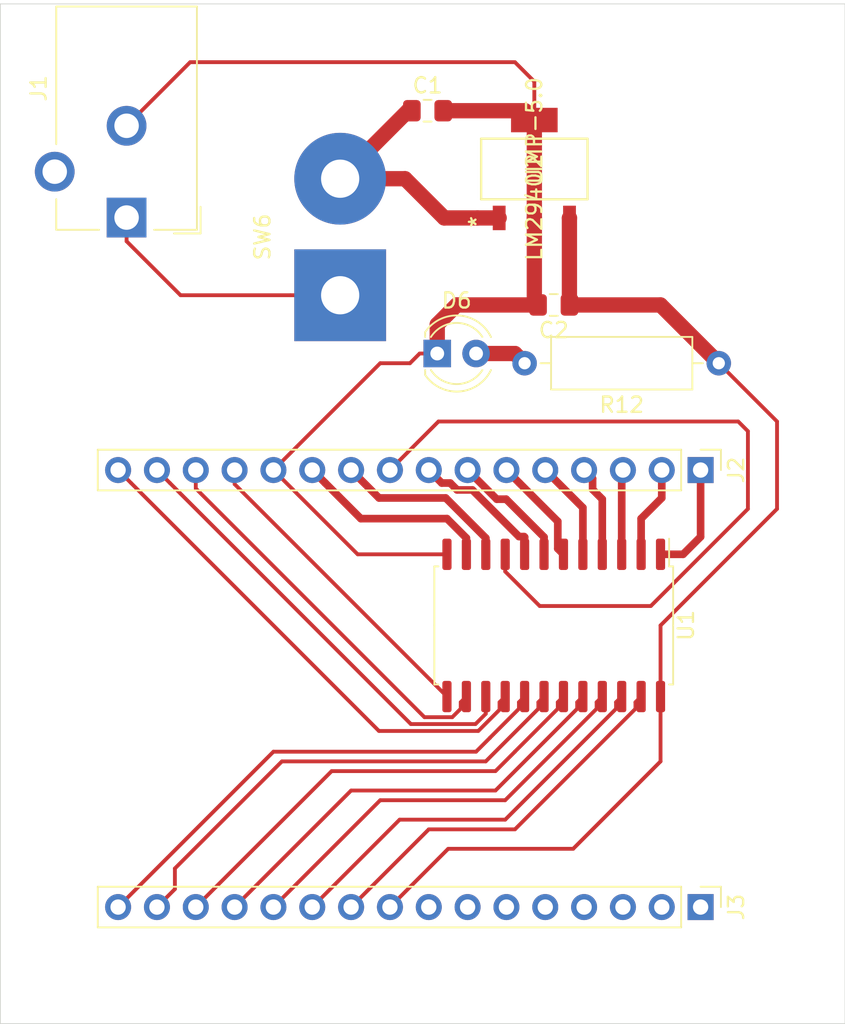
<source format=kicad_pcb>
(kicad_pcb (version 20171130) (host pcbnew "(5.1.2-1)-1")

  (general
    (thickness 1.6)
    (drawings 4)
    (tracks 150)
    (zones 0)
    (modules 10)
    (nets 36)
  )

  (page A4)
  (layers
    (0 F.Cu signal)
    (31 B.Cu signal)
    (32 B.Adhes user)
    (33 F.Adhes user)
    (34 B.Paste user)
    (35 F.Paste user)
    (36 B.SilkS user)
    (37 F.SilkS user)
    (38 B.Mask user)
    (39 F.Mask user)
    (40 Dwgs.User user)
    (41 Cmts.User user)
    (42 Eco1.User user)
    (43 Eco2.User user)
    (44 Edge.Cuts user)
    (45 Margin user)
    (46 B.CrtYd user)
    (47 F.CrtYd user)
    (48 B.Fab user)
    (49 F.Fab user)
  )

  (setup
    (last_trace_width 0.25)
    (user_trace_width 0.5)
    (user_trace_width 1)
    (trace_clearance 0.2)
    (zone_clearance 1)
    (zone_45_only no)
    (trace_min 0.2)
    (via_size 0.8)
    (via_drill 0.4)
    (via_min_size 0.4)
    (via_min_drill 0.3)
    (uvia_size 0.3)
    (uvia_drill 0.1)
    (uvias_allowed no)
    (uvia_min_size 0.2)
    (uvia_min_drill 0.1)
    (edge_width 0.05)
    (segment_width 0.2)
    (pcb_text_width 0.3)
    (pcb_text_size 1.5 1.5)
    (mod_edge_width 0.12)
    (mod_text_size 1 1)
    (mod_text_width 0.15)
    (pad_size 1.524 1.524)
    (pad_drill 0.762)
    (pad_to_mask_clearance 0.051)
    (solder_mask_min_width 0.25)
    (aux_axis_origin 0 0)
    (visible_elements FFFFFF7F)
    (pcbplotparams
      (layerselection 0x010fc_ffffffff)
      (usegerberextensions true)
      (usegerberattributes false)
      (usegerberadvancedattributes false)
      (creategerberjobfile false)
      (excludeedgelayer true)
      (linewidth 0.100000)
      (plotframeref false)
      (viasonmask false)
      (mode 1)
      (useauxorigin false)
      (hpglpennumber 1)
      (hpglpenspeed 20)
      (hpglpendiameter 15.000000)
      (psnegative false)
      (psa4output false)
      (plotreference true)
      (plotvalue true)
      (plotinvisibletext false)
      (padsonsilk false)
      (subtractmaskfromsilk false)
      (outputformat 1)
      (mirror false)
      (drillshape 0)
      (scaleselection 1)
      (outputdirectory "output/"))
  )

  (net 0 "")
  (net 1 VCC)
  (net 2 GND)
  (net 3 5V)
  (net 4 "Net-(J2-Pad9)")
  (net 5 "Net-(J2-Pad8)")
  (net 6 "Net-(J2-Pad7)")
  (net 7 "Net-(J2-Pad6)")
  (net 8 "Net-(J2-Pad5)")
  (net 9 "Net-(J2-Pad4)")
  (net 10 "Net-(J2-Pad3)")
  (net 11 "Net-(J2-Pad2)")
  (net 12 "Net-(J2-Pad1)")
  (net 13 "Net-(J3-Pad2)")
  (net 14 "Net-(J3-Pad3)")
  (net 15 "Net-(J3-Pad4)")
  (net 16 "Net-(J3-Pad5)")
  (net 17 "Net-(J3-Pad6)")
  (net 18 "Net-(J3-Pad7)")
  (net 19 "Net-(J3-Pad8)")
  (net 20 "Net-(J3-Pad16)")
  (net 21 "Net-(J3-Pad15)")
  (net 22 "Net-(J3-Pad10)")
  (net 23 "Net-(J3-Pad11)")
  (net 24 "Net-(J3-Pad12)")
  (net 25 "Net-(J3-Pad13)")
  (net 26 "Net-(J3-Pad14)")
  (net 27 "Net-(C1-Pad1)")
  (net 28 "Net-(D6-Pad2)")
  (net 29 "Net-(J2-Pad10)")
  (net 30 "Net-(J2-Pad11)")
  (net 31 "Net-(J2-Pad13)")
  (net 32 "Net-(J2-Pad14)")
  (net 33 "Net-(J2-Pad15)")
  (net 34 "Net-(J2-Pad16)")
  (net 35 "Net-(J3-Pad1)")

  (net_class Default "This is the default net class."
    (clearance 0.2)
    (trace_width 0.25)
    (via_dia 0.8)
    (via_drill 0.4)
    (uvia_dia 0.3)
    (uvia_drill 0.1)
    (add_net 5V)
    (add_net GND)
    (add_net "Net-(C1-Pad1)")
    (add_net "Net-(D6-Pad2)")
    (add_net "Net-(J2-Pad1)")
    (add_net "Net-(J2-Pad10)")
    (add_net "Net-(J2-Pad11)")
    (add_net "Net-(J2-Pad13)")
    (add_net "Net-(J2-Pad14)")
    (add_net "Net-(J2-Pad15)")
    (add_net "Net-(J2-Pad16)")
    (add_net "Net-(J2-Pad2)")
    (add_net "Net-(J2-Pad3)")
    (add_net "Net-(J2-Pad4)")
    (add_net "Net-(J2-Pad5)")
    (add_net "Net-(J2-Pad6)")
    (add_net "Net-(J2-Pad7)")
    (add_net "Net-(J2-Pad8)")
    (add_net "Net-(J2-Pad9)")
    (add_net "Net-(J3-Pad1)")
    (add_net "Net-(J3-Pad10)")
    (add_net "Net-(J3-Pad11)")
    (add_net "Net-(J3-Pad12)")
    (add_net "Net-(J3-Pad13)")
    (add_net "Net-(J3-Pad14)")
    (add_net "Net-(J3-Pad15)")
    (add_net "Net-(J3-Pad16)")
    (add_net "Net-(J3-Pad2)")
    (add_net "Net-(J3-Pad3)")
    (add_net "Net-(J3-Pad4)")
    (add_net "Net-(J3-Pad5)")
    (add_net "Net-(J3-Pad6)")
    (add_net "Net-(J3-Pad7)")
    (add_net "Net-(J3-Pad8)")
    (add_net VCC)
  )

  (module Resistor_THT:R_Axial_DIN0309_L9.0mm_D3.2mm_P12.70mm_Horizontal (layer F.Cu) (tedit 5AE5139B) (tstamp 5CD4BF73)
    (at 67.31 40.64 180)
    (descr "Resistor, Axial_DIN0309 series, Axial, Horizontal, pin pitch=12.7mm, 0.5W = 1/2W, length*diameter=9*3.2mm^2, http://cdn-reichelt.de/documents/datenblatt/B400/1_4W%23YAG.pdf")
    (tags "Resistor Axial_DIN0309 series Axial Horizontal pin pitch 12.7mm 0.5W = 1/2W length 9mm diameter 3.2mm")
    (path /5CD7EAFE)
    (fp_text reference R12 (at 6.35 -2.72) (layer F.SilkS)
      (effects (font (size 1 1) (thickness 0.15)))
    )
    (fp_text value R (at 6.35 2.72) (layer F.Fab)
      (effects (font (size 1 1) (thickness 0.15)))
    )
    (fp_text user %R (at 6.35 0) (layer F.Fab)
      (effects (font (size 1 1) (thickness 0.15)))
    )
    (fp_line (start 13.75 -1.85) (end -1.05 -1.85) (layer F.CrtYd) (width 0.05))
    (fp_line (start 13.75 1.85) (end 13.75 -1.85) (layer F.CrtYd) (width 0.05))
    (fp_line (start -1.05 1.85) (end 13.75 1.85) (layer F.CrtYd) (width 0.05))
    (fp_line (start -1.05 -1.85) (end -1.05 1.85) (layer F.CrtYd) (width 0.05))
    (fp_line (start 11.66 0) (end 10.97 0) (layer F.SilkS) (width 0.12))
    (fp_line (start 1.04 0) (end 1.73 0) (layer F.SilkS) (width 0.12))
    (fp_line (start 10.97 -1.72) (end 1.73 -1.72) (layer F.SilkS) (width 0.12))
    (fp_line (start 10.97 1.72) (end 10.97 -1.72) (layer F.SilkS) (width 0.12))
    (fp_line (start 1.73 1.72) (end 10.97 1.72) (layer F.SilkS) (width 0.12))
    (fp_line (start 1.73 -1.72) (end 1.73 1.72) (layer F.SilkS) (width 0.12))
    (fp_line (start 12.7 0) (end 10.85 0) (layer F.Fab) (width 0.1))
    (fp_line (start 0 0) (end 1.85 0) (layer F.Fab) (width 0.1))
    (fp_line (start 10.85 -1.6) (end 1.85 -1.6) (layer F.Fab) (width 0.1))
    (fp_line (start 10.85 1.6) (end 10.85 -1.6) (layer F.Fab) (width 0.1))
    (fp_line (start 1.85 1.6) (end 10.85 1.6) (layer F.Fab) (width 0.1))
    (fp_line (start 1.85 -1.6) (end 1.85 1.6) (layer F.Fab) (width 0.1))
    (pad 2 thru_hole oval (at 12.7 0 180) (size 1.6 1.6) (drill 0.8) (layers *.Cu *.Mask)
      (net 28 "Net-(D6-Pad2)"))
    (pad 1 thru_hole circle (at 0 0 180) (size 1.6 1.6) (drill 0.8) (layers *.Cu *.Mask)
      (net 3 5V))
    (model ${KISYS3DMOD}/Resistor_THT.3dshapes/R_Axial_DIN0309_L9.0mm_D3.2mm_P12.70mm_Horizontal.wrl
      (at (xyz 0 0 0))
      (scale (xyz 1 1 1))
      (rotate (xyz 0 0 0))
    )
  )

  (module Capacitor_SMD:C_0805_2012Metric_Pad1.15x1.40mm_HandSolder (layer F.Cu) (tedit 5B36C52B) (tstamp 5CD4ABDA)
    (at 48.26 24.13)
    (descr "Capacitor SMD 0805 (2012 Metric), square (rectangular) end terminal, IPC_7351 nominal with elongated pad for handsoldering. (Body size source: https://docs.google.com/spreadsheets/d/1BsfQQcO9C6DZCsRaXUlFlo91Tg2WpOkGARC1WS5S8t0/edit?usp=sharing), generated with kicad-footprint-generator")
    (tags "capacitor handsolder")
    (path /5CD61E1C)
    (attr smd)
    (fp_text reference C1 (at 0 -1.65) (layer F.SilkS)
      (effects (font (size 1 1) (thickness 0.15)))
    )
    (fp_text value 0.47u (at 0 1.65) (layer F.Fab)
      (effects (font (size 1 1) (thickness 0.15)))
    )
    (fp_line (start -1 0.6) (end -1 -0.6) (layer F.Fab) (width 0.1))
    (fp_line (start -1 -0.6) (end 1 -0.6) (layer F.Fab) (width 0.1))
    (fp_line (start 1 -0.6) (end 1 0.6) (layer F.Fab) (width 0.1))
    (fp_line (start 1 0.6) (end -1 0.6) (layer F.Fab) (width 0.1))
    (fp_line (start -0.261252 -0.71) (end 0.261252 -0.71) (layer F.SilkS) (width 0.12))
    (fp_line (start -0.261252 0.71) (end 0.261252 0.71) (layer F.SilkS) (width 0.12))
    (fp_line (start -1.85 0.95) (end -1.85 -0.95) (layer F.CrtYd) (width 0.05))
    (fp_line (start -1.85 -0.95) (end 1.85 -0.95) (layer F.CrtYd) (width 0.05))
    (fp_line (start 1.85 -0.95) (end 1.85 0.95) (layer F.CrtYd) (width 0.05))
    (fp_line (start 1.85 0.95) (end -1.85 0.95) (layer F.CrtYd) (width 0.05))
    (fp_text user %R (at 0 0) (layer F.Fab)
      (effects (font (size 0.5 0.5) (thickness 0.08)))
    )
    (pad 1 smd roundrect (at -1.025 0) (size 1.15 1.4) (layers F.Cu F.Paste F.Mask) (roundrect_rratio 0.217391)
      (net 27 "Net-(C1-Pad1)"))
    (pad 2 smd roundrect (at 1.025 0) (size 1.15 1.4) (layers F.Cu F.Paste F.Mask) (roundrect_rratio 0.217391)
      (net 2 GND))
    (model ${KISYS3DMOD}/Capacitor_SMD.3dshapes/C_0805_2012Metric.wrl
      (at (xyz 0 0 0))
      (scale (xyz 1 1 1))
      (rotate (xyz 0 0 0))
    )
  )

  (module Capacitor_SMD:C_0805_2012Metric_Pad1.15x1.40mm_HandSolder (layer F.Cu) (tedit 5B36C52B) (tstamp 5CD4ABEB)
    (at 56.515 36.83 180)
    (descr "Capacitor SMD 0805 (2012 Metric), square (rectangular) end terminal, IPC_7351 nominal with elongated pad for handsoldering. (Body size source: https://docs.google.com/spreadsheets/d/1BsfQQcO9C6DZCsRaXUlFlo91Tg2WpOkGARC1WS5S8t0/edit?usp=sharing), generated with kicad-footprint-generator")
    (tags "capacitor handsolder")
    (path /5CD62848)
    (attr smd)
    (fp_text reference C2 (at 0 -1.65) (layer F.SilkS)
      (effects (font (size 1 1) (thickness 0.15)))
    )
    (fp_text value 22u (at 0 1.65) (layer F.Fab)
      (effects (font (size 1 1) (thickness 0.15)))
    )
    (fp_text user %R (at 0 0) (layer F.Fab)
      (effects (font (size 0.5 0.5) (thickness 0.08)))
    )
    (fp_line (start 1.85 0.95) (end -1.85 0.95) (layer F.CrtYd) (width 0.05))
    (fp_line (start 1.85 -0.95) (end 1.85 0.95) (layer F.CrtYd) (width 0.05))
    (fp_line (start -1.85 -0.95) (end 1.85 -0.95) (layer F.CrtYd) (width 0.05))
    (fp_line (start -1.85 0.95) (end -1.85 -0.95) (layer F.CrtYd) (width 0.05))
    (fp_line (start -0.261252 0.71) (end 0.261252 0.71) (layer F.SilkS) (width 0.12))
    (fp_line (start -0.261252 -0.71) (end 0.261252 -0.71) (layer F.SilkS) (width 0.12))
    (fp_line (start 1 0.6) (end -1 0.6) (layer F.Fab) (width 0.1))
    (fp_line (start 1 -0.6) (end 1 0.6) (layer F.Fab) (width 0.1))
    (fp_line (start -1 -0.6) (end 1 -0.6) (layer F.Fab) (width 0.1))
    (fp_line (start -1 0.6) (end -1 -0.6) (layer F.Fab) (width 0.1))
    (pad 2 smd roundrect (at 1.025 0 180) (size 1.15 1.4) (layers F.Cu F.Paste F.Mask) (roundrect_rratio 0.217391)
      (net 2 GND))
    (pad 1 smd roundrect (at -1.025 0 180) (size 1.15 1.4) (layers F.Cu F.Paste F.Mask) (roundrect_rratio 0.217391)
      (net 3 5V))
    (model ${KISYS3DMOD}/Capacitor_SMD.3dshapes/C_0805_2012Metric.wrl
      (at (xyz 0 0 0))
      (scale (xyz 1 1 1))
      (rotate (xyz 0 0 0))
    )
  )

  (module LED_THT:LED_D4.0mm (layer F.Cu) (tedit 587A3A7B) (tstamp 5CD4ABFE)
    (at 48.895 40.005)
    (descr "LED, diameter 4.0mm, 2 pins, http://www.kingbright.com/attachments/file/psearch/000/00/00/L-43GD(Ver.12B).pdf")
    (tags "LED diameter 4.0mm 2 pins")
    (path /5CD7F331)
    (fp_text reference D6 (at 1.27 -3.46) (layer F.SilkS)
      (effects (font (size 1 1) (thickness 0.15)))
    )
    (fp_text value LED (at 1.27 3.46) (layer F.Fab)
      (effects (font (size 1 1) (thickness 0.15)))
    )
    (fp_arc (start 1.27 0) (end -0.73 -1.32665) (angle 292.9) (layer F.Fab) (width 0.1))
    (fp_arc (start 1.27 0) (end -0.79 -1.398749) (angle 120.1) (layer F.SilkS) (width 0.12))
    (fp_arc (start 1.27 0) (end -0.79 1.398749) (angle -120.1) (layer F.SilkS) (width 0.12))
    (fp_arc (start 1.27 0) (end -0.41333 -1.08) (angle 114.6) (layer F.SilkS) (width 0.12))
    (fp_arc (start 1.27 0) (end -0.41333 1.08) (angle -114.6) (layer F.SilkS) (width 0.12))
    (fp_circle (center 1.27 0) (end 3.27 0) (layer F.Fab) (width 0.1))
    (fp_line (start -0.73 -1.32665) (end -0.73 1.32665) (layer F.Fab) (width 0.1))
    (fp_line (start -0.79 -1.399) (end -0.79 -1.08) (layer F.SilkS) (width 0.12))
    (fp_line (start -0.79 1.08) (end -0.79 1.399) (layer F.SilkS) (width 0.12))
    (fp_line (start -1.45 -2.75) (end -1.45 2.75) (layer F.CrtYd) (width 0.05))
    (fp_line (start -1.45 2.75) (end 4 2.75) (layer F.CrtYd) (width 0.05))
    (fp_line (start 4 2.75) (end 4 -2.75) (layer F.CrtYd) (width 0.05))
    (fp_line (start 4 -2.75) (end -1.45 -2.75) (layer F.CrtYd) (width 0.05))
    (pad 1 thru_hole rect (at 0 0) (size 1.8 1.8) (drill 0.9) (layers *.Cu *.Mask)
      (net 2 GND))
    (pad 2 thru_hole circle (at 2.54 0) (size 1.8 1.8) (drill 0.9) (layers *.Cu *.Mask)
      (net 28 "Net-(D6-Pad2)"))
    (model ${KISYS3DMOD}/LED_THT.3dshapes/LED_D4.0mm.wrl
      (at (xyz 0 0 0))
      (scale (xyz 1 1 1))
      (rotate (xyz 0 0 0))
    )
  )

  (module Connector_BarrelJack:BarrelJack_CUI_PJ-102AH_Horizontal (layer F.Cu) (tedit 5A1DBF38) (tstamp 5CD4AC20)
    (at 28.575 31.115 180)
    (descr "Thin-pin DC Barrel Jack, https://cdn-shop.adafruit.com/datasheets/21mmdcjackDatasheet.pdf")
    (tags "Power Jack")
    (path /5CD2F713)
    (fp_text reference J1 (at 5.75 8.45 90) (layer F.SilkS)
      (effects (font (size 1 1) (thickness 0.15)))
    )
    (fp_text value Barrel_Jack (at -5.5 6.2 90) (layer F.Fab)
      (effects (font (size 1 1) (thickness 0.15)))
    )
    (fp_text user %R (at 0 6.5) (layer F.Fab)
      (effects (font (size 1 1) (thickness 0.15)))
    )
    (fp_line (start 1.8 -1.8) (end 1.8 -1.2) (layer F.CrtYd) (width 0.05))
    (fp_line (start 1.8 -1.2) (end 5 -1.2) (layer F.CrtYd) (width 0.05))
    (fp_line (start 5 -1.2) (end 5 1.2) (layer F.CrtYd) (width 0.05))
    (fp_line (start 5 1.2) (end 6.5 1.2) (layer F.CrtYd) (width 0.05))
    (fp_line (start 6.5 1.2) (end 6.5 4.8) (layer F.CrtYd) (width 0.05))
    (fp_line (start 6.5 4.8) (end 5 4.8) (layer F.CrtYd) (width 0.05))
    (fp_line (start 5 4.8) (end 5 14.2) (layer F.CrtYd) (width 0.05))
    (fp_line (start 5 14.2) (end -5 14.2) (layer F.CrtYd) (width 0.05))
    (fp_line (start -5 14.2) (end -5 -1.2) (layer F.CrtYd) (width 0.05))
    (fp_line (start -5 -1.2) (end -1.8 -1.2) (layer F.CrtYd) (width 0.05))
    (fp_line (start -1.8 -1.2) (end -1.8 -1.8) (layer F.CrtYd) (width 0.05))
    (fp_line (start -1.8 -1.8) (end 1.8 -1.8) (layer F.CrtYd) (width 0.05))
    (fp_line (start 4.6 4.8) (end 4.6 13.8) (layer F.SilkS) (width 0.12))
    (fp_line (start 4.6 13.8) (end -4.6 13.8) (layer F.SilkS) (width 0.12))
    (fp_line (start -4.6 13.8) (end -4.6 -0.8) (layer F.SilkS) (width 0.12))
    (fp_line (start -4.6 -0.8) (end -1.8 -0.8) (layer F.SilkS) (width 0.12))
    (fp_line (start 1.8 -0.8) (end 4.6 -0.8) (layer F.SilkS) (width 0.12))
    (fp_line (start 4.6 -0.8) (end 4.6 1.2) (layer F.SilkS) (width 0.12))
    (fp_line (start -4.84 0.7) (end -4.84 -1.04) (layer F.SilkS) (width 0.12))
    (fp_line (start -4.84 -1.04) (end -3.1 -1.04) (layer F.SilkS) (width 0.12))
    (fp_line (start 4.5 -0.7) (end 4.5 13.7) (layer F.Fab) (width 0.1))
    (fp_line (start 4.5 13.7) (end -4.5 13.7) (layer F.Fab) (width 0.1))
    (fp_line (start -4.5 13.7) (end -4.5 0.3) (layer F.Fab) (width 0.1))
    (fp_line (start -4.5 0.3) (end -3.5 -0.7) (layer F.Fab) (width 0.1))
    (fp_line (start -3.5 -0.7) (end 4.5 -0.7) (layer F.Fab) (width 0.1))
    (fp_line (start -4.5 10.2) (end 4.5 10.2) (layer F.Fab) (width 0.1))
    (pad 1 thru_hole rect (at 0 0 180) (size 2.6 2.6) (drill 1.6) (layers *.Cu *.Mask)
      (net 1 VCC))
    (pad 2 thru_hole circle (at 0 6 180) (size 2.6 2.6) (drill 1.6) (layers *.Cu *.Mask)
      (net 2 GND))
    (pad 3 thru_hole circle (at 4.7 3 180) (size 2.6 2.6) (drill 1.6) (layers *.Cu *.Mask))
    (model ${KISYS3DMOD}/Connector_BarrelJack.3dshapes/BarrelJack_CUI_PJ-102AH_Horizontal.wrl
      (at (xyz 0 0 0))
      (scale (xyz 1 1 1))
      (rotate (xyz 0 0 0))
    )
  )

  (module Connector_Wire:SolderWirePad_1x02_P7.62mm_Drill2.5mm (layer F.Cu) (tedit 5AEE5F2F) (tstamp 5CD4AC84)
    (at 42.545 36.195 90)
    (descr "Wire solder connection")
    (tags connector)
    (path /5CD5AB06)
    (attr virtual)
    (fp_text reference SW6 (at 3.81 -5.08 90) (layer F.SilkS)
      (effects (font (size 1 1) (thickness 0.15)))
    )
    (fp_text value SW_Push (at 3.81 4.445 90) (layer F.Fab)
      (effects (font (size 1 1) (thickness 0.15)))
    )
    (fp_text user %R (at 3.81 0 90) (layer F.Fab)
      (effects (font (size 1 1) (thickness 0.15)))
    )
    (fp_line (start -3.5 -3.5) (end 11.12 -3.5) (layer F.CrtYd) (width 0.05))
    (fp_line (start -3.5 -3.5) (end -3.5 3.5) (layer F.CrtYd) (width 0.05))
    (fp_line (start 11.12 3.5) (end 11.12 -3.5) (layer F.CrtYd) (width 0.05))
    (fp_line (start 11.12 3.5) (end -3.5 3.5) (layer F.CrtYd) (width 0.05))
    (pad 1 thru_hole rect (at 0 0 90) (size 5.99948 5.99948) (drill 2.49936) (layers *.Cu *.Mask)
      (net 1 VCC))
    (pad 2 thru_hole circle (at 7.62 0 90) (size 5.99948 5.99948) (drill 2.49936) (layers *.Cu *.Mask)
      (net 27 "Net-(C1-Pad1)"))
  )

  (module LM2940:LM2940IMP-5.0 (layer F.Cu) (tedit 0) (tstamp 5CD4ACE2)
    (at 55.245 27.94 90)
    (path /5CD610D2)
    (fp_text reference U2 (at 0 0 90) (layer F.SilkS)
      (effects (font (size 1 1) (thickness 0.15)))
    )
    (fp_text value LM2940IMP-5.0 (at 0 0 90) (layer F.SilkS)
      (effects (font (size 1 1) (thickness 0.15)))
    )
    (fp_text user "Copyright 2016 Accelerated Designs. All rights reserved." (at 0 0 90) (layer Cmts.User)
      (effects (font (size 0.127 0.127) (thickness 0.002)))
    )
    (fp_text user * (at -3.4544 -3.7351 90) (layer F.SilkS)
      (effects (font (size 1 1) (thickness 0.15)))
    )
    (fp_text user * (at -1.6002 -3.227101 90) (layer F.Fab)
      (effects (font (size 1 1) (thickness 0.15)))
    )
    (fp_line (start -1.8542 -1.906301) (end -1.8542 -2.693701) (layer F.Fab) (width 0.1524))
    (fp_line (start -1.8542 -2.693701) (end -3.6449 -2.693701) (layer F.Fab) (width 0.1524))
    (fp_line (start -3.6449 -2.693701) (end -3.6449 -1.906301) (layer F.Fab) (width 0.1524))
    (fp_line (start -3.6449 -1.906301) (end -1.8542 -1.906301) (layer F.Fab) (width 0.1524))
    (fp_line (start -1.8542 0.393699) (end -1.8542 -0.393701) (layer F.Fab) (width 0.1524))
    (fp_line (start -1.8542 -0.393701) (end -3.6449 -0.393701) (layer F.Fab) (width 0.1524))
    (fp_line (start -3.6449 -0.393701) (end -3.6449 0.393699) (layer F.Fab) (width 0.1524))
    (fp_line (start -3.6449 0.393699) (end -1.8542 0.393699) (layer F.Fab) (width 0.1524))
    (fp_line (start -1.8542 2.693699) (end -1.8542 1.906299) (layer F.Fab) (width 0.1524))
    (fp_line (start -1.8542 1.906299) (end -3.6449 1.906299) (layer F.Fab) (width 0.1524))
    (fp_line (start -3.6449 1.906299) (end -3.6449 2.693699) (layer F.Fab) (width 0.1524))
    (fp_line (start -3.6449 2.693699) (end -1.8542 2.693699) (layer F.Fab) (width 0.1524))
    (fp_line (start 1.8542 -1.5494) (end 1.8542 1.5494) (layer F.Fab) (width 0.1524))
    (fp_line (start 1.8542 1.5494) (end 3.6449 1.5494) (layer F.Fab) (width 0.1524))
    (fp_line (start 3.6449 1.5494) (end 3.6449 -1.5494) (layer F.Fab) (width 0.1524))
    (fp_line (start 3.6449 -1.5494) (end 1.8542 -1.5494) (layer F.Fab) (width 0.1524))
    (fp_line (start -1.9812 3.4798) (end 1.9812 3.4798) (layer F.SilkS) (width 0.1524))
    (fp_line (start 1.9812 3.4798) (end 1.9812 -3.4798) (layer F.SilkS) (width 0.1524))
    (fp_line (start 1.9812 -3.4798) (end -1.9812 -3.4798) (layer F.SilkS) (width 0.1524))
    (fp_line (start -1.9812 -3.4798) (end -1.9812 3.4798) (layer F.SilkS) (width 0.1524))
    (fp_line (start -1.8542 3.3528) (end 1.8542 3.3528) (layer F.Fab) (width 0.1524))
    (fp_line (start 1.8542 3.3528) (end 1.8542 -3.3528) (layer F.Fab) (width 0.1524))
    (fp_line (start 1.8542 -3.3528) (end -1.8542 -3.3528) (layer F.Fab) (width 0.1524))
    (fp_line (start -1.8542 -3.3528) (end -1.8542 3.3528) (layer F.Fab) (width 0.1524))
    (fp_line (start -2.1082 3.6068) (end -2.1082 2.9731) (layer F.CrtYd) (width 0.1524))
    (fp_line (start -2.1082 2.9731) (end -4.2799 2.9731) (layer F.CrtYd) (width 0.1524))
    (fp_line (start -4.2799 2.9731) (end -4.2799 -2.9731) (layer F.CrtYd) (width 0.1524))
    (fp_line (start -4.2799 -2.9731) (end -2.1082 -2.9731) (layer F.CrtYd) (width 0.1524))
    (fp_line (start -2.1082 -2.9731) (end -2.1082 -3.6068) (layer F.CrtYd) (width 0.1524))
    (fp_line (start -2.1082 -3.6068) (end 2.1082 -3.6068) (layer F.CrtYd) (width 0.1524))
    (fp_line (start 2.1082 -3.6068) (end 2.1082 -1.778) (layer F.CrtYd) (width 0.1524))
    (fp_line (start 2.1082 -1.778) (end 4.2799 -1.778) (layer F.CrtYd) (width 0.1524))
    (fp_line (start 4.2799 -1.778) (end 4.2799 1.778) (layer F.CrtYd) (width 0.1524))
    (fp_line (start 4.2799 1.778) (end 2.1082 1.778) (layer F.CrtYd) (width 0.1524))
    (fp_line (start 2.1082 1.778) (end 2.1082 3.6068) (layer F.CrtYd) (width 0.1524))
    (fp_line (start 2.1082 3.6068) (end -2.1082 3.6068) (layer F.CrtYd) (width 0.1524))
    (pad 1 smd rect (at -3.2004 -2.3 90) (size 1.6002 0.8382) (layers F.Cu F.Paste F.Mask)
      (net 27 "Net-(C1-Pad1)"))
    (pad 2 smd rect (at -3.2004 0 90) (size 1.6002 0.8382) (layers F.Cu F.Paste F.Mask)
      (net 2 GND))
    (pad 3 smd rect (at -3.2004 2.3 90) (size 1.6002 0.8382) (layers F.Cu F.Paste F.Mask)
      (net 3 5V))
    (pad 4 smd rect (at 3.2004 0 90) (size 1.6002 3.048) (layers F.Cu F.Paste F.Mask)
      (net 2 GND))
  )

  (module Connector_PinHeader_2.54mm:PinHeader_1x16_P2.54mm_Vertical (layer F.Cu) (tedit 59FED5CC) (tstamp 5CD4C8E1)
    (at 66.119999 47.625 270)
    (descr "Through hole straight pin header, 1x16, 2.54mm pitch, single row")
    (tags "Through hole pin header THT 1x16 2.54mm single row")
    (path /5CD6FA5D)
    (fp_text reference J2 (at 0 -2.33 90) (layer F.SilkS)
      (effects (font (size 1 1) (thickness 0.15)))
    )
    (fp_text value Conn_01x16_Male (at 0 40.43 90) (layer F.Fab)
      (effects (font (size 1 1) (thickness 0.15)))
    )
    (fp_line (start -0.635 -1.27) (end 1.27 -1.27) (layer F.Fab) (width 0.1))
    (fp_line (start 1.27 -1.27) (end 1.27 39.37) (layer F.Fab) (width 0.1))
    (fp_line (start 1.27 39.37) (end -1.27 39.37) (layer F.Fab) (width 0.1))
    (fp_line (start -1.27 39.37) (end -1.27 -0.635) (layer F.Fab) (width 0.1))
    (fp_line (start -1.27 -0.635) (end -0.635 -1.27) (layer F.Fab) (width 0.1))
    (fp_line (start -1.33 39.43) (end 1.33 39.43) (layer F.SilkS) (width 0.12))
    (fp_line (start -1.33 1.27) (end -1.33 39.43) (layer F.SilkS) (width 0.12))
    (fp_line (start 1.33 1.27) (end 1.33 39.43) (layer F.SilkS) (width 0.12))
    (fp_line (start -1.33 1.27) (end 1.33 1.27) (layer F.SilkS) (width 0.12))
    (fp_line (start -1.33 0) (end -1.33 -1.33) (layer F.SilkS) (width 0.12))
    (fp_line (start -1.33 -1.33) (end 0 -1.33) (layer F.SilkS) (width 0.12))
    (fp_line (start -1.8 -1.8) (end -1.8 39.9) (layer F.CrtYd) (width 0.05))
    (fp_line (start -1.8 39.9) (end 1.8 39.9) (layer F.CrtYd) (width 0.05))
    (fp_line (start 1.8 39.9) (end 1.8 -1.8) (layer F.CrtYd) (width 0.05))
    (fp_line (start 1.8 -1.8) (end -1.8 -1.8) (layer F.CrtYd) (width 0.05))
    (fp_text user %R (at 0 19.05) (layer F.Fab)
      (effects (font (size 1 1) (thickness 0.15)))
    )
    (pad 1 thru_hole rect (at 0 0 270) (size 1.7 1.7) (drill 1) (layers *.Cu *.Mask)
      (net 12 "Net-(J2-Pad1)"))
    (pad 2 thru_hole oval (at 0 2.54 270) (size 1.7 1.7) (drill 1) (layers *.Cu *.Mask)
      (net 11 "Net-(J2-Pad2)"))
    (pad 3 thru_hole oval (at 0 5.08 270) (size 1.7 1.7) (drill 1) (layers *.Cu *.Mask)
      (net 10 "Net-(J2-Pad3)"))
    (pad 4 thru_hole oval (at 0 7.62 270) (size 1.7 1.7) (drill 1) (layers *.Cu *.Mask)
      (net 9 "Net-(J2-Pad4)"))
    (pad 5 thru_hole oval (at 0 10.16 270) (size 1.7 1.7) (drill 1) (layers *.Cu *.Mask)
      (net 8 "Net-(J2-Pad5)"))
    (pad 6 thru_hole oval (at 0 12.7 270) (size 1.7 1.7) (drill 1) (layers *.Cu *.Mask)
      (net 7 "Net-(J2-Pad6)"))
    (pad 7 thru_hole oval (at 0 15.24 270) (size 1.7 1.7) (drill 1) (layers *.Cu *.Mask)
      (net 6 "Net-(J2-Pad7)"))
    (pad 8 thru_hole oval (at 0 17.78 270) (size 1.7 1.7) (drill 1) (layers *.Cu *.Mask)
      (net 5 "Net-(J2-Pad8)"))
    (pad 9 thru_hole oval (at 0 20.32 270) (size 1.7 1.7) (drill 1) (layers *.Cu *.Mask)
      (net 4 "Net-(J2-Pad9)"))
    (pad 10 thru_hole oval (at 0 22.86 270) (size 1.7 1.7) (drill 1) (layers *.Cu *.Mask)
      (net 29 "Net-(J2-Pad10)"))
    (pad 11 thru_hole oval (at 0 25.4 270) (size 1.7 1.7) (drill 1) (layers *.Cu *.Mask)
      (net 30 "Net-(J2-Pad11)"))
    (pad 12 thru_hole oval (at 0 27.94 270) (size 1.7 1.7) (drill 1) (layers *.Cu *.Mask)
      (net 2 GND))
    (pad 13 thru_hole oval (at 0 30.48 270) (size 1.7 1.7) (drill 1) (layers *.Cu *.Mask)
      (net 31 "Net-(J2-Pad13)"))
    (pad 14 thru_hole oval (at 0 33.02 270) (size 1.7 1.7) (drill 1) (layers *.Cu *.Mask)
      (net 32 "Net-(J2-Pad14)"))
    (pad 15 thru_hole oval (at 0 35.56 270) (size 1.7 1.7) (drill 1) (layers *.Cu *.Mask)
      (net 33 "Net-(J2-Pad15)"))
    (pad 16 thru_hole oval (at 0 38.1 270) (size 1.7 1.7) (drill 1) (layers *.Cu *.Mask)
      (net 34 "Net-(J2-Pad16)"))
    (model ${KISYS3DMOD}/Connector_PinHeader_2.54mm.3dshapes/PinHeader_1x16_P2.54mm_Vertical.wrl
      (at (xyz 0 0 0))
      (scale (xyz 1 1 1))
      (rotate (xyz 0 0 0))
    )
  )

  (module Connector_PinHeader_2.54mm:PinHeader_1x16_P2.54mm_Vertical (layer F.Cu) (tedit 59FED5CC) (tstamp 5CD4C905)
    (at 66.119999 76.2 270)
    (descr "Through hole straight pin header, 1x16, 2.54mm pitch, single row")
    (tags "Through hole pin header THT 1x16 2.54mm single row")
    (path /5CD71E0D)
    (fp_text reference J3 (at 0 -2.33 90) (layer F.SilkS)
      (effects (font (size 1 1) (thickness 0.15)))
    )
    (fp_text value Conn_01x16_Male (at 0 40.43 90) (layer F.Fab)
      (effects (font (size 1 1) (thickness 0.15)))
    )
    (fp_text user %R (at 0 19.05) (layer F.Fab)
      (effects (font (size 1 1) (thickness 0.15)))
    )
    (fp_line (start 1.8 -1.8) (end -1.8 -1.8) (layer F.CrtYd) (width 0.05))
    (fp_line (start 1.8 39.9) (end 1.8 -1.8) (layer F.CrtYd) (width 0.05))
    (fp_line (start -1.8 39.9) (end 1.8 39.9) (layer F.CrtYd) (width 0.05))
    (fp_line (start -1.8 -1.8) (end -1.8 39.9) (layer F.CrtYd) (width 0.05))
    (fp_line (start -1.33 -1.33) (end 0 -1.33) (layer F.SilkS) (width 0.12))
    (fp_line (start -1.33 0) (end -1.33 -1.33) (layer F.SilkS) (width 0.12))
    (fp_line (start -1.33 1.27) (end 1.33 1.27) (layer F.SilkS) (width 0.12))
    (fp_line (start 1.33 1.27) (end 1.33 39.43) (layer F.SilkS) (width 0.12))
    (fp_line (start -1.33 1.27) (end -1.33 39.43) (layer F.SilkS) (width 0.12))
    (fp_line (start -1.33 39.43) (end 1.33 39.43) (layer F.SilkS) (width 0.12))
    (fp_line (start -1.27 -0.635) (end -0.635 -1.27) (layer F.Fab) (width 0.1))
    (fp_line (start -1.27 39.37) (end -1.27 -0.635) (layer F.Fab) (width 0.1))
    (fp_line (start 1.27 39.37) (end -1.27 39.37) (layer F.Fab) (width 0.1))
    (fp_line (start 1.27 -1.27) (end 1.27 39.37) (layer F.Fab) (width 0.1))
    (fp_line (start -0.635 -1.27) (end 1.27 -1.27) (layer F.Fab) (width 0.1))
    (pad 16 thru_hole oval (at 0 38.1 270) (size 1.7 1.7) (drill 1) (layers *.Cu *.Mask)
      (net 20 "Net-(J3-Pad16)"))
    (pad 15 thru_hole oval (at 0 35.56 270) (size 1.7 1.7) (drill 1) (layers *.Cu *.Mask)
      (net 21 "Net-(J3-Pad15)"))
    (pad 14 thru_hole oval (at 0 33.02 270) (size 1.7 1.7) (drill 1) (layers *.Cu *.Mask)
      (net 26 "Net-(J3-Pad14)"))
    (pad 13 thru_hole oval (at 0 30.48 270) (size 1.7 1.7) (drill 1) (layers *.Cu *.Mask)
      (net 25 "Net-(J3-Pad13)"))
    (pad 12 thru_hole oval (at 0 27.94 270) (size 1.7 1.7) (drill 1) (layers *.Cu *.Mask)
      (net 24 "Net-(J3-Pad12)"))
    (pad 11 thru_hole oval (at 0 25.4 270) (size 1.7 1.7) (drill 1) (layers *.Cu *.Mask)
      (net 23 "Net-(J3-Pad11)"))
    (pad 10 thru_hole oval (at 0 22.86 270) (size 1.7 1.7) (drill 1) (layers *.Cu *.Mask)
      (net 22 "Net-(J3-Pad10)"))
    (pad 9 thru_hole oval (at 0 20.32 270) (size 1.7 1.7) (drill 1) (layers *.Cu *.Mask)
      (net 3 5V))
    (pad 8 thru_hole oval (at 0 17.78 270) (size 1.7 1.7) (drill 1) (layers *.Cu *.Mask)
      (net 19 "Net-(J3-Pad8)"))
    (pad 7 thru_hole oval (at 0 15.24 270) (size 1.7 1.7) (drill 1) (layers *.Cu *.Mask)
      (net 18 "Net-(J3-Pad7)"))
    (pad 6 thru_hole oval (at 0 12.7 270) (size 1.7 1.7) (drill 1) (layers *.Cu *.Mask)
      (net 17 "Net-(J3-Pad6)"))
    (pad 5 thru_hole oval (at 0 10.16 270) (size 1.7 1.7) (drill 1) (layers *.Cu *.Mask)
      (net 16 "Net-(J3-Pad5)"))
    (pad 4 thru_hole oval (at 0 7.62 270) (size 1.7 1.7) (drill 1) (layers *.Cu *.Mask)
      (net 15 "Net-(J3-Pad4)"))
    (pad 3 thru_hole oval (at 0 5.08 270) (size 1.7 1.7) (drill 1) (layers *.Cu *.Mask)
      (net 14 "Net-(J3-Pad3)"))
    (pad 2 thru_hole oval (at 0 2.54 270) (size 1.7 1.7) (drill 1) (layers *.Cu *.Mask)
      (net 13 "Net-(J3-Pad2)"))
    (pad 1 thru_hole rect (at 0 0 270) (size 1.7 1.7) (drill 1) (layers *.Cu *.Mask)
      (net 35 "Net-(J3-Pad1)"))
    (model ${KISYS3DMOD}/Connector_PinHeader_2.54mm.3dshapes/PinHeader_1x16_P2.54mm_Vertical.wrl
      (at (xyz 0 0 0))
      (scale (xyz 1 1 1))
      (rotate (xyz 0 0 0))
    )
  )

  (module Package_SO:SOIC-24W_7.5x15.4mm_P1.27mm (layer F.Cu) (tedit 5C97300E) (tstamp 5CD4C934)
    (at 56.515 57.785 270)
    (descr "SOIC, 24 Pin (JEDEC MS-013AD, https://www.analog.com/media/en/package-pcb-resources/package/pkg_pdf/soic_wide-rw/RW_24.pdf), generated with kicad-footprint-generator ipc_gullwing_generator.py")
    (tags "SOIC SO")
    (path /5CC20CF6)
    (attr smd)
    (fp_text reference U1 (at 0 -8.65 90) (layer F.SilkS)
      (effects (font (size 1 1) (thickness 0.15)))
    )
    (fp_text value CD74HC4067M (at 0 8.65 90) (layer F.Fab)
      (effects (font (size 1 1) (thickness 0.15)))
    )
    (fp_line (start 0 7.81) (end 3.86 7.81) (layer F.SilkS) (width 0.12))
    (fp_line (start 3.86 7.81) (end 3.86 7.545) (layer F.SilkS) (width 0.12))
    (fp_line (start 0 7.81) (end -3.86 7.81) (layer F.SilkS) (width 0.12))
    (fp_line (start -3.86 7.81) (end -3.86 7.545) (layer F.SilkS) (width 0.12))
    (fp_line (start 0 -7.81) (end 3.86 -7.81) (layer F.SilkS) (width 0.12))
    (fp_line (start 3.86 -7.81) (end 3.86 -7.545) (layer F.SilkS) (width 0.12))
    (fp_line (start 0 -7.81) (end -3.86 -7.81) (layer F.SilkS) (width 0.12))
    (fp_line (start -3.86 -7.81) (end -3.86 -7.545) (layer F.SilkS) (width 0.12))
    (fp_line (start -3.86 -7.545) (end -5.675 -7.545) (layer F.SilkS) (width 0.12))
    (fp_line (start -2.75 -7.7) (end 3.75 -7.7) (layer F.Fab) (width 0.1))
    (fp_line (start 3.75 -7.7) (end 3.75 7.7) (layer F.Fab) (width 0.1))
    (fp_line (start 3.75 7.7) (end -3.75 7.7) (layer F.Fab) (width 0.1))
    (fp_line (start -3.75 7.7) (end -3.75 -6.7) (layer F.Fab) (width 0.1))
    (fp_line (start -3.75 -6.7) (end -2.75 -7.7) (layer F.Fab) (width 0.1))
    (fp_line (start -5.93 -7.95) (end -5.93 7.95) (layer F.CrtYd) (width 0.05))
    (fp_line (start -5.93 7.95) (end 5.93 7.95) (layer F.CrtYd) (width 0.05))
    (fp_line (start 5.93 7.95) (end 5.93 -7.95) (layer F.CrtYd) (width 0.05))
    (fp_line (start 5.93 -7.95) (end -5.93 -7.95) (layer F.CrtYd) (width 0.05))
    (fp_text user %R (at 0 0 90) (layer F.Fab)
      (effects (font (size 1 1) (thickness 0.15)))
    )
    (pad 1 smd roundrect (at -4.65 -6.985 270) (size 2.05 0.6) (layers F.Cu F.Paste F.Mask) (roundrect_rratio 0.25)
      (net 12 "Net-(J2-Pad1)"))
    (pad 2 smd roundrect (at -4.65 -5.715 270) (size 2.05 0.6) (layers F.Cu F.Paste F.Mask) (roundrect_rratio 0.25)
      (net 11 "Net-(J2-Pad2)"))
    (pad 3 smd roundrect (at -4.65 -4.445 270) (size 2.05 0.6) (layers F.Cu F.Paste F.Mask) (roundrect_rratio 0.25)
      (net 10 "Net-(J2-Pad3)"))
    (pad 4 smd roundrect (at -4.65 -3.175 270) (size 2.05 0.6) (layers F.Cu F.Paste F.Mask) (roundrect_rratio 0.25)
      (net 9 "Net-(J2-Pad4)"))
    (pad 5 smd roundrect (at -4.65 -1.905 270) (size 2.05 0.6) (layers F.Cu F.Paste F.Mask) (roundrect_rratio 0.25)
      (net 8 "Net-(J2-Pad5)"))
    (pad 6 smd roundrect (at -4.65 -0.635 270) (size 2.05 0.6) (layers F.Cu F.Paste F.Mask) (roundrect_rratio 0.25)
      (net 7 "Net-(J2-Pad6)"))
    (pad 7 smd roundrect (at -4.65 0.635 270) (size 2.05 0.6) (layers F.Cu F.Paste F.Mask) (roundrect_rratio 0.25)
      (net 6 "Net-(J2-Pad7)"))
    (pad 8 smd roundrect (at -4.65 1.905 270) (size 2.05 0.6) (layers F.Cu F.Paste F.Mask) (roundrect_rratio 0.25)
      (net 5 "Net-(J2-Pad8)"))
    (pad 9 smd roundrect (at -4.65 3.175 270) (size 2.05 0.6) (layers F.Cu F.Paste F.Mask) (roundrect_rratio 0.25)
      (net 4 "Net-(J2-Pad9)"))
    (pad 10 smd roundrect (at -4.65 4.445 270) (size 2.05 0.6) (layers F.Cu F.Paste F.Mask) (roundrect_rratio 0.25)
      (net 29 "Net-(J2-Pad10)"))
    (pad 11 smd roundrect (at -4.65 5.715 270) (size 2.05 0.6) (layers F.Cu F.Paste F.Mask) (roundrect_rratio 0.25)
      (net 30 "Net-(J2-Pad11)"))
    (pad 12 smd roundrect (at -4.65 6.985 270) (size 2.05 0.6) (layers F.Cu F.Paste F.Mask) (roundrect_rratio 0.25)
      (net 2 GND))
    (pad 13 smd roundrect (at 4.65 6.985 270) (size 2.05 0.6) (layers F.Cu F.Paste F.Mask) (roundrect_rratio 0.25)
      (net 31 "Net-(J2-Pad13)"))
    (pad 14 smd roundrect (at 4.65 5.715 270) (size 2.05 0.6) (layers F.Cu F.Paste F.Mask) (roundrect_rratio 0.25)
      (net 32 "Net-(J2-Pad14)"))
    (pad 15 smd roundrect (at 4.65 4.445 270) (size 2.05 0.6) (layers F.Cu F.Paste F.Mask) (roundrect_rratio 0.25)
      (net 33 "Net-(J2-Pad15)"))
    (pad 16 smd roundrect (at 4.65 3.175 270) (size 2.05 0.6) (layers F.Cu F.Paste F.Mask) (roundrect_rratio 0.25)
      (net 34 "Net-(J2-Pad16)"))
    (pad 17 smd roundrect (at 4.65 1.905 270) (size 2.05 0.6) (layers F.Cu F.Paste F.Mask) (roundrect_rratio 0.25)
      (net 20 "Net-(J3-Pad16)"))
    (pad 18 smd roundrect (at 4.65 0.635 270) (size 2.05 0.6) (layers F.Cu F.Paste F.Mask) (roundrect_rratio 0.25)
      (net 21 "Net-(J3-Pad15)"))
    (pad 19 smd roundrect (at 4.65 -0.635 270) (size 2.05 0.6) (layers F.Cu F.Paste F.Mask) (roundrect_rratio 0.25)
      (net 26 "Net-(J3-Pad14)"))
    (pad 20 smd roundrect (at 4.65 -1.905 270) (size 2.05 0.6) (layers F.Cu F.Paste F.Mask) (roundrect_rratio 0.25)
      (net 25 "Net-(J3-Pad13)"))
    (pad 21 smd roundrect (at 4.65 -3.175 270) (size 2.05 0.6) (layers F.Cu F.Paste F.Mask) (roundrect_rratio 0.25)
      (net 24 "Net-(J3-Pad12)"))
    (pad 22 smd roundrect (at 4.65 -4.445 270) (size 2.05 0.6) (layers F.Cu F.Paste F.Mask) (roundrect_rratio 0.25)
      (net 23 "Net-(J3-Pad11)"))
    (pad 23 smd roundrect (at 4.65 -5.715 270) (size 2.05 0.6) (layers F.Cu F.Paste F.Mask) (roundrect_rratio 0.25)
      (net 22 "Net-(J3-Pad10)"))
    (pad 24 smd roundrect (at 4.65 -6.985 270) (size 2.05 0.6) (layers F.Cu F.Paste F.Mask) (roundrect_rratio 0.25)
      (net 3 5V))
    (model ${KISYS3DMOD}/Package_SO.3dshapes/SOIC-24W_7.5x15.4mm_P1.27mm.wrl
      (at (xyz 0 0 0))
      (scale (xyz 1 1 1))
      (rotate (xyz 0 0 0))
    )
  )

  (gr_line (start 20.32 17.145) (end 20.32 83.82) (layer Edge.Cuts) (width 0.05) (tstamp 5CD4D9CB))
  (gr_line (start 75.565 17.145) (end 20.32 17.145) (layer Edge.Cuts) (width 0.05))
  (gr_line (start 75.565 83.82) (end 75.565 17.145) (layer Edge.Cuts) (width 0.05))
  (gr_line (start 20.32 83.82) (end 75.565 83.82) (layer Edge.Cuts) (width 0.05))

  (segment (start 41.275 37.465) (end 42.545 36.195) (width 1) (layer F.Cu) (net 1))
  (segment (start 39.29526 36.195) (end 42.545 36.195) (width 0.25) (layer F.Cu) (net 1))
  (segment (start 32.105 36.195) (end 39.29526 36.195) (width 0.25) (layer F.Cu) (net 1))
  (segment (start 28.575 32.665) (end 32.105 36.195) (width 0.25) (layer F.Cu) (net 1))
  (segment (start 28.575 31.115) (end 28.575 32.665) (width 0.25) (layer F.Cu) (net 1))
  (segment (start 54.6354 24.13) (end 55.245 24.7396) (width 1) (layer F.Cu) (net 2))
  (segment (start 49.285 24.13) (end 54.6354 24.13) (width 1) (layer F.Cu) (net 2))
  (segment (start 55.245 36.585) (end 55.49 36.83) (width 1) (layer F.Cu) (net 2))
  (segment (start 55.245 31.1404) (end 55.245 36.585) (width 1) (layer F.Cu) (net 2))
  (segment (start 55.245 24.7396) (end 55.245 31.1404) (width 1) (layer F.Cu) (net 2))
  (segment (start 48.895 38.105) (end 50.17 36.83) (width 1) (layer F.Cu) (net 2))
  (segment (start 48.895 40.005) (end 48.895 38.105) (width 1) (layer F.Cu) (net 2))
  (segment (start 50.17 36.83) (end 55.49 36.83) (width 1) (layer F.Cu) (net 2))
  (segment (start 47.745 40.005) (end 47.11 40.64) (width 0.25) (layer F.Cu) (net 2))
  (segment (start 48.895 40.005) (end 47.745 40.005) (width 0.25) (layer F.Cu) (net 2))
  (segment (start 45.164999 40.64) (end 38.179999 47.625) (width 0.25) (layer F.Cu) (net 2))
  (segment (start 47.11 40.64) (end 45.164999 40.64) (width 0.25) (layer F.Cu) (net 2))
  (segment (start 43.689999 53.135) (end 38.179999 47.625) (width 0.25) (layer F.Cu) (net 2))
  (segment (start 49.53 53.135) (end 43.689999 53.135) (width 0.25) (layer F.Cu) (net 2))
  (segment (start 55.245 24.7396) (end 55.245 22.225) (width 0.25) (layer F.Cu) (net 2))
  (segment (start 55.245 22.225) (end 53.975 20.955) (width 0.25) (layer F.Cu) (net 2))
  (segment (start 32.735 20.955) (end 28.575 25.115) (width 0.25) (layer F.Cu) (net 2))
  (segment (start 53.975 20.955) (end 32.735 20.955) (width 0.25) (layer F.Cu) (net 2))
  (segment (start 57.54 31.1454) (end 57.545 31.1404) (width 1) (layer F.Cu) (net 3))
  (segment (start 57.54 36.83) (end 57.54 31.1454) (width 1) (layer F.Cu) (net 3))
  (segment (start 63.5 36.83) (end 67.31 40.64) (width 1) (layer F.Cu) (net 3))
  (segment (start 57.54 36.83) (end 63.5 36.83) (width 1) (layer F.Cu) (net 3))
  (segment (start 45.799999 76.2) (end 49.609999 72.39) (width 0.25) (layer F.Cu) (net 3))
  (segment (start 49.609999 72.39) (end 57.785 72.39) (width 0.25) (layer F.Cu) (net 3))
  (segment (start 63.5 66.675) (end 63.5 62.435) (width 0.25) (layer F.Cu) (net 3))
  (segment (start 57.785 72.39) (end 63.5 66.675) (width 0.25) (layer F.Cu) (net 3))
  (segment (start 63.5 62.435) (end 63.5 57.785) (width 0.25) (layer F.Cu) (net 3))
  (segment (start 63.5 57.785) (end 71.12 50.165) (width 0.25) (layer F.Cu) (net 3))
  (segment (start 71.12 50.165) (end 71.12 44.45) (width 0.25) (layer F.Cu) (net 3))
  (segment (start 71.12 44.45) (end 67.31 40.64) (width 0.25) (layer F.Cu) (net 3))
  (segment (start 53.34 53.135) (end 53.34 54.26) (width 0.25) (layer F.Cu) (net 4))
  (segment (start 55.595 56.515) (end 62.865 56.515) (width 0.25) (layer F.Cu) (net 4))
  (segment (start 53.34 54.26) (end 55.595 56.515) (width 0.25) (layer F.Cu) (net 4))
  (segment (start 62.865 56.515) (end 69.215 50.165) (width 0.25) (layer F.Cu) (net 4))
  (segment (start 69.215 50.165) (end 69.215 45.085) (width 0.25) (layer F.Cu) (net 4))
  (segment (start 69.215 45.085) (end 68.58 44.45) (width 0.25) (layer F.Cu) (net 4))
  (segment (start 48.974999 44.45) (end 45.799999 47.625) (width 0.25) (layer F.Cu) (net 4))
  (segment (start 68.58 44.45) (end 48.974999 44.45) (width 0.25) (layer F.Cu) (net 4))
  (segment (start 54.23929 51.974254) (end 54.574254 51.974254) (width 0.5) (layer F.Cu) (net 5))
  (segment (start 54.61 52.01) (end 54.61 53.135) (width 0.5) (layer F.Cu) (net 5))
  (segment (start 51.190037 48.925001) (end 54.23929 51.974254) (width 0.5) (layer F.Cu) (net 5))
  (segment (start 49.744999 48.474999) (end 50.195001 48.925001) (width 0.5) (layer F.Cu) (net 5))
  (segment (start 50.195001 48.925001) (end 51.190037 48.925001) (width 0.5) (layer F.Cu) (net 5))
  (segment (start 54.574254 51.974254) (end 54.61 52.01) (width 0.5) (layer F.Cu) (net 5))
  (segment (start 49.189998 48.474999) (end 49.744999 48.474999) (width 0.5) (layer F.Cu) (net 5))
  (segment (start 48.339999 47.625) (end 49.189998 48.474999) (width 0.5) (layer F.Cu) (net 5))
  (segment (start 55.88 53.135) (end 55.88 52.01) (width 0.5) (layer F.Cu) (net 6))
  (segment (start 55.88 52.01) (end 53.4 49.53) (width 0.5) (layer F.Cu) (net 6))
  (segment (start 52.784999 49.53) (end 50.879999 47.625) (width 0.5) (layer F.Cu) (net 6))
  (segment (start 53.4 49.53) (end 52.784999 49.53) (width 0.5) (layer F.Cu) (net 6))
  (segment (start 54.269998 48.474999) (end 53.419999 47.625) (width 0.5) (layer F.Cu) (net 7))
  (segment (start 56.77929 52.76429) (end 56.77929 50.984291) (width 0.5) (layer F.Cu) (net 7))
  (segment (start 56.77929 50.984291) (end 54.269998 48.474999) (width 0.5) (layer F.Cu) (net 7))
  (segment (start 57.15 53.135) (end 56.77929 52.76429) (width 0.5) (layer F.Cu) (net 7))
  (segment (start 58.42 50.085001) (end 55.959999 47.625) (width 0.5) (layer F.Cu) (net 8))
  (segment (start 58.42 53.135) (end 58.42 50.085001) (width 0.5) (layer F.Cu) (net 8))
  (segment (start 59.69 49.53) (end 59.055 48.895) (width 0.5) (layer F.Cu) (net 9))
  (segment (start 59.055 48.180001) (end 58.499999 47.625) (width 0.5) (layer F.Cu) (net 9))
  (segment (start 59.055 48.895) (end 59.055 48.180001) (width 0.5) (layer F.Cu) (net 9))
  (segment (start 59.69 53.135) (end 59.69 49.53) (width 0.5) (layer F.Cu) (net 9))
  (segment (start 60.96 47.704999) (end 61.039999 47.625) (width 0.5) (layer F.Cu) (net 10))
  (segment (start 60.96 53.135) (end 60.96 47.704999) (width 0.5) (layer F.Cu) (net 10))
  (segment (start 63.579999 49.450001) (end 63.579999 47.625) (width 0.5) (layer F.Cu) (net 11))
  (segment (start 62.23 50.8) (end 63.579999 49.450001) (width 0.5) (layer F.Cu) (net 11))
  (segment (start 62.23 53.135) (end 62.23 50.8) (width 0.5) (layer F.Cu) (net 11))
  (segment (start 63.5 53.135) (end 64.975 53.135) (width 0.5) (layer F.Cu) (net 12))
  (segment (start 66.119999 51.990001) (end 66.119999 47.625) (width 0.5) (layer F.Cu) (net 12))
  (segment (start 64.975 53.135) (end 66.119999 51.990001) (width 0.5) (layer F.Cu) (net 12))
  (segment (start 54.23929 62.80571) (end 54.23929 63.232478) (width 0.25) (layer F.Cu) (net 20))
  (segment (start 54.23929 63.232478) (end 52.336729 65.135039) (width 0.25) (layer F.Cu) (net 20))
  (segment (start 54.61 62.435) (end 54.23929 62.80571) (width 0.25) (layer F.Cu) (net 20))
  (segment (start 52.336729 65.135039) (end 52.336729 65.138271) (width 0.25) (layer F.Cu) (net 20))
  (segment (start 52.336729 65.138271) (end 51.435 66.04) (width 0.25) (layer F.Cu) (net 20))
  (segment (start 38.179999 66.04) (end 28.019999 76.2) (width 0.25) (layer F.Cu) (net 20))
  (segment (start 51.435 66.04) (end 38.179999 66.04) (width 0.25) (layer F.Cu) (net 20))
  (segment (start 55.50929 62.80571) (end 55.88 62.435) (width 0.25) (layer F.Cu) (net 21))
  (segment (start 55.50929 63.232478) (end 55.50929 62.80571) (width 0.25) (layer F.Cu) (net 21))
  (segment (start 52.066768 66.675) (end 55.50929 63.232478) (width 0.25) (layer F.Cu) (net 21))
  (segment (start 38.735 66.675) (end 52.066768 66.675) (width 0.25) (layer F.Cu) (net 21))
  (segment (start 31.735 73.675) (end 38.735 66.675) (width 0.25) (layer F.Cu) (net 21))
  (segment (start 31.735 75.024999) (end 31.735 73.675) (width 0.25) (layer F.Cu) (net 21))
  (segment (start 30.559999 76.2) (end 31.735 75.024999) (width 0.25) (layer F.Cu) (net 21))
  (segment (start 43.259999 76.2) (end 48.339999 71.12) (width 0.25) (layer F.Cu) (net 22))
  (segment (start 48.339999 71.12) (end 53.975 71.12) (width 0.25) (layer F.Cu) (net 22))
  (segment (start 61.85929 62.80571) (end 62.23 62.435) (width 0.25) (layer F.Cu) (net 22))
  (segment (start 61.85929 63.23571) (end 61.85929 62.80571) (width 0.25) (layer F.Cu) (net 22))
  (segment (start 53.975 71.12) (end 61.85929 63.23571) (width 0.25) (layer F.Cu) (net 22))
  (segment (start 46.434999 70.485) (end 40.719999 76.2) (width 0.25) (layer F.Cu) (net 23))
  (segment (start 53.34 70.485) (end 46.434999 70.485) (width 0.25) (layer F.Cu) (net 23))
  (segment (start 60.58929 63.23571) (end 53.34 70.485) (width 0.25) (layer F.Cu) (net 23))
  (segment (start 60.58929 62.80571) (end 60.58929 63.23571) (width 0.25) (layer F.Cu) (net 23))
  (segment (start 60.96 62.435) (end 60.58929 62.80571) (width 0.25) (layer F.Cu) (net 23))
  (segment (start 45.164999 69.215) (end 38.179999 76.2) (width 0.25) (layer F.Cu) (net 24))
  (segment (start 53.336768 69.215) (end 45.164999 69.215) (width 0.25) (layer F.Cu) (net 24))
  (segment (start 59.31929 63.232478) (end 53.336768 69.215) (width 0.25) (layer F.Cu) (net 24))
  (segment (start 59.31929 62.80571) (end 59.31929 63.232478) (width 0.25) (layer F.Cu) (net 24))
  (segment (start 59.69 62.435) (end 59.31929 62.80571) (width 0.25) (layer F.Cu) (net 24))
  (segment (start 58.04929 62.80571) (end 58.42 62.435) (width 0.25) (layer F.Cu) (net 25))
  (segment (start 58.04929 63.232478) (end 58.04929 62.80571) (width 0.25) (layer F.Cu) (net 25))
  (segment (start 43.259999 68.58) (end 52.701768 68.58) (width 0.25) (layer F.Cu) (net 25))
  (segment (start 52.701768 68.58) (end 58.04929 63.232478) (width 0.25) (layer F.Cu) (net 25))
  (segment (start 35.639999 76.2) (end 43.259999 68.58) (width 0.25) (layer F.Cu) (net 25))
  (segment (start 56.77929 63.232478) (end 53.971768 66.04) (width 0.25) (layer F.Cu) (net 26))
  (segment (start 56.77929 62.80571) (end 56.77929 63.232478) (width 0.25) (layer F.Cu) (net 26))
  (segment (start 57.15 62.435) (end 56.77929 62.80571) (width 0.25) (layer F.Cu) (net 26))
  (segment (start 53.971768 66.04) (end 53.971768 66.043232) (width 0.25) (layer F.Cu) (net 26))
  (segment (start 53.971768 66.043232) (end 52.705 67.31) (width 0.25) (layer F.Cu) (net 26))
  (segment (start 41.989999 67.31) (end 33.099999 76.2) (width 0.25) (layer F.Cu) (net 26))
  (segment (start 52.705 67.31) (end 41.989999 67.31) (width 0.25) (layer F.Cu) (net 26))
  (segment (start 51.5259 31.1404) (end 52.945 31.1404) (width 1) (layer F.Cu) (net 27))
  (segment (start 49.352672 31.1404) (end 51.5259 31.1404) (width 1) (layer F.Cu) (net 27))
  (segment (start 46.787272 28.575) (end 49.352672 31.1404) (width 1) (layer F.Cu) (net 27))
  (segment (start 42.545 28.575) (end 46.787272 28.575) (width 1) (layer F.Cu) (net 27))
  (segment (start 46.99 24.13) (end 42.545 28.575) (width 1) (layer F.Cu) (net 27))
  (segment (start 47.235 24.13) (end 46.99 24.13) (width 1) (layer F.Cu) (net 27))
  (segment (start 53.975 40.005) (end 54.61 40.64) (width 1) (layer F.Cu) (net 28))
  (segment (start 51.435 40.005) (end 53.975 40.005) (width 1) (layer F.Cu) (net 28))
  (segment (start 43.259999 47.625) (end 45.085 49.450001) (width 0.5) (layer F.Cu) (net 29))
  (segment (start 45.085 49.450001) (end 49.450001 49.450001) (width 0.5) (layer F.Cu) (net 29))
  (segment (start 49.450001 49.450001) (end 52.07 52.07) (width 0.5) (layer F.Cu) (net 29))
  (segment (start 52.07 52.07) (end 52.07 53.135) (width 0.5) (layer F.Cu) (net 29))
  (segment (start 50.8 53.135) (end 50.8 52.07) (width 0.5) (layer F.Cu) (net 30))
  (segment (start 41.569998 48.474999) (end 40.719999 47.625) (width 0.5) (layer F.Cu) (net 30))
  (segment (start 43.894999 50.8) (end 41.569998 48.474999) (width 0.5) (layer F.Cu) (net 30))
  (segment (start 49.53 50.8) (end 43.894999 50.8) (width 0.5) (layer F.Cu) (net 30))
  (segment (start 50.8 52.07) (end 49.53 50.8) (width 0.5) (layer F.Cu) (net 30))
  (segment (start 35.639999 48.544999) (end 35.639999 47.625) (width 0.25) (layer F.Cu) (net 31))
  (segment (start 49.53 62.435) (end 35.639999 48.544999) (width 0.25) (layer F.Cu) (net 31))
  (segment (start 48.057928 63.78501) (end 33.099999 48.827081) (width 0.25) (layer F.Cu) (net 32))
  (segment (start 49.876758 63.78501) (end 48.057928 63.78501) (width 0.25) (layer F.Cu) (net 32))
  (segment (start 50.42929 63.232478) (end 49.876758 63.78501) (width 0.25) (layer F.Cu) (net 32))
  (segment (start 33.099999 48.827081) (end 33.099999 47.625) (width 0.25) (layer F.Cu) (net 32))
  (segment (start 50.42929 62.80571) (end 50.42929 63.232478) (width 0.25) (layer F.Cu) (net 32))
  (segment (start 50.8 62.435) (end 50.42929 62.80571) (width 0.25) (layer F.Cu) (net 32))
  (segment (start 31.409998 48.474999) (end 30.559999 47.625) (width 0.25) (layer F.Cu) (net 33))
  (segment (start 47.170018 64.235019) (end 31.409998 48.474999) (width 0.25) (layer F.Cu) (net 33))
  (segment (start 52.07 63.56) (end 51.394981 64.235019) (width 0.25) (layer F.Cu) (net 33))
  (segment (start 51.394981 64.235019) (end 47.170018 64.235019) (width 0.25) (layer F.Cu) (net 33))
  (segment (start 52.07 62.435) (end 52.07 63.56) (width 0.25) (layer F.Cu) (net 33))
  (segment (start 28.869998 48.474999) (end 28.019999 47.625) (width 0.25) (layer F.Cu) (net 34))
  (segment (start 45.080028 64.685029) (end 28.869998 48.474999) (width 0.25) (layer F.Cu) (net 34))
  (segment (start 51.581381 64.685029) (end 45.080028 64.685029) (width 0.25) (layer F.Cu) (net 34))
  (segment (start 52.96929 63.29712) (end 51.581381 64.685029) (width 0.25) (layer F.Cu) (net 34))
  (segment (start 52.96929 62.80571) (end 52.96929 63.29712) (width 0.25) (layer F.Cu) (net 34))
  (segment (start 53.34 62.435) (end 52.96929 62.80571) (width 0.25) (layer F.Cu) (net 34))

)

</source>
